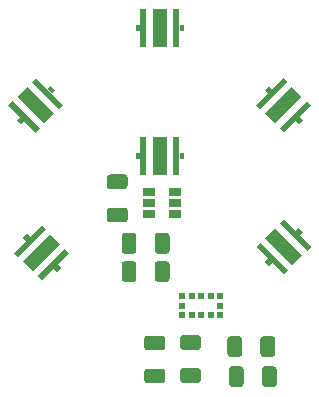
<source format=gbr>
%TF.GenerationSoftware,KiCad,Pcbnew,5.1.6*%
%TF.CreationDate,2020-09-21T04:08:01+02:00*%
%TF.ProjectId,inulox_led_bulb,696e756c-6f78-45f6-9c65-645f62756c62,rev?*%
%TF.SameCoordinates,Original*%
%TF.FileFunction,Paste,Top*%
%TF.FilePolarity,Positive*%
%FSLAX46Y46*%
G04 Gerber Fmt 4.6, Leading zero omitted, Abs format (unit mm)*
G04 Created by KiCad (PCBNEW 5.1.6) date 2020-09-21 04:08:01*
%MOMM*%
%LPD*%
G01*
G04 APERTURE LIST*
%ADD10R,1.060000X0.650000*%
%ADD11R,0.080000X0.250000*%
%ADD12R,0.500000X0.500000*%
%ADD13C,0.100000*%
%ADD14R,1.200000X3.200000*%
%ADD15R,0.500000X3.300000*%
%ADD16R,0.400000X0.500000*%
G04 APERTURE END LIST*
D10*
%TO.C,U2*%
X116300000Y-56800000D03*
X116300000Y-55850000D03*
X116300000Y-57750000D03*
X114100000Y-57750000D03*
X114100000Y-56800000D03*
X114100000Y-55850000D03*
%TD*%
D11*
%TO.C,U1*%
X120390000Y-66175000D03*
D12*
X116900000Y-65500000D03*
X116900000Y-66300000D03*
X117700000Y-66300000D03*
X118500000Y-66300000D03*
X119300000Y-66300000D03*
X120100000Y-66300000D03*
X120100000Y-65500000D03*
X116900000Y-64700000D03*
X117700000Y-64700000D03*
X118500000Y-64700000D03*
X119300000Y-64700000D03*
X120100000Y-64700000D03*
%TD*%
%TO.C,R6*%
G36*
G01*
X118225000Y-69225000D02*
X116975000Y-69225000D01*
G75*
G02*
X116725000Y-68975000I0J250000D01*
G01*
X116725000Y-68225000D01*
G75*
G02*
X116975000Y-67975000I250000J0D01*
G01*
X118225000Y-67975000D01*
G75*
G02*
X118475000Y-68225000I0J-250000D01*
G01*
X118475000Y-68975000D01*
G75*
G02*
X118225000Y-69225000I-250000J0D01*
G01*
G37*
G36*
G01*
X118225000Y-72025000D02*
X116975000Y-72025000D01*
G75*
G02*
X116725000Y-71775000I0J250000D01*
G01*
X116725000Y-71025000D01*
G75*
G02*
X116975000Y-70775000I250000J0D01*
G01*
X118225000Y-70775000D01*
G75*
G02*
X118475000Y-71025000I0J-250000D01*
G01*
X118475000Y-71775000D01*
G75*
G02*
X118225000Y-72025000I-250000J0D01*
G01*
G37*
%TD*%
%TO.C,R4*%
G36*
G01*
X115195000Y-69265000D02*
X113945000Y-69265000D01*
G75*
G02*
X113695000Y-69015000I0J250000D01*
G01*
X113695000Y-68265000D01*
G75*
G02*
X113945000Y-68015000I250000J0D01*
G01*
X115195000Y-68015000D01*
G75*
G02*
X115445000Y-68265000I0J-250000D01*
G01*
X115445000Y-69015000D01*
G75*
G02*
X115195000Y-69265000I-250000J0D01*
G01*
G37*
G36*
G01*
X115195000Y-72065000D02*
X113945000Y-72065000D01*
G75*
G02*
X113695000Y-71815000I0J250000D01*
G01*
X113695000Y-71065000D01*
G75*
G02*
X113945000Y-70815000I250000J0D01*
G01*
X115195000Y-70815000D01*
G75*
G02*
X115445000Y-71065000I0J-250000D01*
G01*
X115445000Y-71815000D01*
G75*
G02*
X115195000Y-72065000I-250000J0D01*
G01*
G37*
%TD*%
%TO.C,R2*%
G36*
G01*
X114575000Y-63225000D02*
X114575000Y-61975000D01*
G75*
G02*
X114825000Y-61725000I250000J0D01*
G01*
X115575000Y-61725000D01*
G75*
G02*
X115825000Y-61975000I0J-250000D01*
G01*
X115825000Y-63225000D01*
G75*
G02*
X115575000Y-63475000I-250000J0D01*
G01*
X114825000Y-63475000D01*
G75*
G02*
X114575000Y-63225000I0J250000D01*
G01*
G37*
G36*
G01*
X111775000Y-63225000D02*
X111775000Y-61975000D01*
G75*
G02*
X112025000Y-61725000I250000J0D01*
G01*
X112775000Y-61725000D01*
G75*
G02*
X113025000Y-61975000I0J-250000D01*
G01*
X113025000Y-63225000D01*
G75*
G02*
X112775000Y-63475000I-250000J0D01*
G01*
X112025000Y-63475000D01*
G75*
G02*
X111775000Y-63225000I0J250000D01*
G01*
G37*
%TD*%
%TO.C,R1*%
G36*
G01*
X114575000Y-60825000D02*
X114575000Y-59575000D01*
G75*
G02*
X114825000Y-59325000I250000J0D01*
G01*
X115575000Y-59325000D01*
G75*
G02*
X115825000Y-59575000I0J-250000D01*
G01*
X115825000Y-60825000D01*
G75*
G02*
X115575000Y-61075000I-250000J0D01*
G01*
X114825000Y-61075000D01*
G75*
G02*
X114575000Y-60825000I0J250000D01*
G01*
G37*
G36*
G01*
X111775000Y-60825000D02*
X111775000Y-59575000D01*
G75*
G02*
X112025000Y-59325000I250000J0D01*
G01*
X112775000Y-59325000D01*
G75*
G02*
X113025000Y-59575000I0J-250000D01*
G01*
X113025000Y-60825000D01*
G75*
G02*
X112775000Y-61075000I-250000J0D01*
G01*
X112025000Y-61075000D01*
G75*
G02*
X111775000Y-60825000I0J250000D01*
G01*
G37*
%TD*%
D13*
%TO.C,D6*%
G36*
X126207107Y-62055635D02*
G01*
X123944365Y-59792893D01*
X124792893Y-58944365D01*
X127055635Y-61207107D01*
X126207107Y-62055635D01*
G37*
G36*
X125500000Y-62833452D02*
G01*
X123166548Y-60500000D01*
X123520102Y-60146446D01*
X125853554Y-62479898D01*
X125500000Y-62833452D01*
G37*
G36*
X127479898Y-60853554D02*
G01*
X125146446Y-58520102D01*
X125500000Y-58166548D01*
X127833452Y-60500000D01*
X127479898Y-60853554D01*
G37*
G36*
X124227207Y-62126346D02*
G01*
X123873654Y-61772793D01*
X124156497Y-61489950D01*
X124510050Y-61843503D01*
X124227207Y-62126346D01*
G37*
G36*
X126843503Y-59510050D02*
G01*
X126489950Y-59156497D01*
X126772793Y-58873654D01*
X127126346Y-59227207D01*
X126843503Y-59510050D01*
G37*
%TD*%
%TO.C,D5*%
G36*
X127055635Y-47792893D02*
G01*
X124792893Y-50055635D01*
X123944365Y-49207107D01*
X126207107Y-46944365D01*
X127055635Y-47792893D01*
G37*
G36*
X127833452Y-48500000D02*
G01*
X125500000Y-50833452D01*
X125146446Y-50479898D01*
X127479898Y-48146446D01*
X127833452Y-48500000D01*
G37*
G36*
X125853554Y-46520102D02*
G01*
X123520102Y-48853554D01*
X123166548Y-48500000D01*
X125500000Y-46166548D01*
X125853554Y-46520102D01*
G37*
G36*
X127126346Y-49772793D02*
G01*
X126772793Y-50126346D01*
X126489950Y-49843503D01*
X126843503Y-49489950D01*
X127126346Y-49772793D01*
G37*
G36*
X124510050Y-47156497D02*
G01*
X124156497Y-47510050D01*
X123873654Y-47227207D01*
X124227207Y-46873654D01*
X124510050Y-47156497D01*
G37*
%TD*%
D14*
%TO.C,D4*%
X115000000Y-42000000D03*
D15*
X116400000Y-42000000D03*
X113600000Y-42000000D03*
D16*
X116850000Y-42000000D03*
X113150000Y-42000000D03*
%TD*%
D14*
%TO.C,D3*%
X115000000Y-52800000D03*
D15*
X116400000Y-52800000D03*
X113600000Y-52800000D03*
D16*
X116850000Y-52800000D03*
X113150000Y-52800000D03*
%TD*%
D13*
%TO.C,D2*%
G36*
X103792893Y-46944365D02*
G01*
X106055635Y-49207107D01*
X105207107Y-50055635D01*
X102944365Y-47792893D01*
X103792893Y-46944365D01*
G37*
G36*
X104500000Y-46166548D02*
G01*
X106833452Y-48500000D01*
X106479898Y-48853554D01*
X104146446Y-46520102D01*
X104500000Y-46166548D01*
G37*
G36*
X102520102Y-48146446D02*
G01*
X104853554Y-50479898D01*
X104500000Y-50833452D01*
X102166548Y-48500000D01*
X102520102Y-48146446D01*
G37*
G36*
X105772793Y-46873654D02*
G01*
X106126346Y-47227207D01*
X105843503Y-47510050D01*
X105489950Y-47156497D01*
X105772793Y-46873654D01*
G37*
G36*
X103156497Y-49489950D02*
G01*
X103510050Y-49843503D01*
X103227207Y-50126346D01*
X102873654Y-49772793D01*
X103156497Y-49489950D01*
G37*
%TD*%
%TO.C,D1*%
G36*
X103444365Y-61707107D02*
G01*
X105707107Y-59444365D01*
X106555635Y-60292893D01*
X104292893Y-62555635D01*
X103444365Y-61707107D01*
G37*
G36*
X102666548Y-61000000D02*
G01*
X105000000Y-58666548D01*
X105353554Y-59020102D01*
X103020102Y-61353554D01*
X102666548Y-61000000D01*
G37*
G36*
X104646446Y-62979898D02*
G01*
X106979898Y-60646446D01*
X107333452Y-61000000D01*
X105000000Y-63333452D01*
X104646446Y-62979898D01*
G37*
G36*
X103373654Y-59727207D02*
G01*
X103727207Y-59373654D01*
X104010050Y-59656497D01*
X103656497Y-60010050D01*
X103373654Y-59727207D01*
G37*
G36*
X105989950Y-62343503D02*
G01*
X106343503Y-61989950D01*
X106626346Y-62272793D01*
X106272793Y-62626346D01*
X105989950Y-62343503D01*
G37*
%TD*%
%TO.C,C3*%
G36*
G01*
X123525000Y-69575000D02*
X123525000Y-68325000D01*
G75*
G02*
X123775000Y-68075000I250000J0D01*
G01*
X124525000Y-68075000D01*
G75*
G02*
X124775000Y-68325000I0J-250000D01*
G01*
X124775000Y-69575000D01*
G75*
G02*
X124525000Y-69825000I-250000J0D01*
G01*
X123775000Y-69825000D01*
G75*
G02*
X123525000Y-69575000I0J250000D01*
G01*
G37*
G36*
G01*
X120725000Y-69575000D02*
X120725000Y-68325000D01*
G75*
G02*
X120975000Y-68075000I250000J0D01*
G01*
X121725000Y-68075000D01*
G75*
G02*
X121975000Y-68325000I0J-250000D01*
G01*
X121975000Y-69575000D01*
G75*
G02*
X121725000Y-69825000I-250000J0D01*
G01*
X120975000Y-69825000D01*
G75*
G02*
X120725000Y-69575000I0J250000D01*
G01*
G37*
%TD*%
%TO.C,C2*%
G36*
G01*
X123655000Y-72115000D02*
X123655000Y-70865000D01*
G75*
G02*
X123905000Y-70615000I250000J0D01*
G01*
X124655000Y-70615000D01*
G75*
G02*
X124905000Y-70865000I0J-250000D01*
G01*
X124905000Y-72115000D01*
G75*
G02*
X124655000Y-72365000I-250000J0D01*
G01*
X123905000Y-72365000D01*
G75*
G02*
X123655000Y-72115000I0J250000D01*
G01*
G37*
G36*
G01*
X120855000Y-72115000D02*
X120855000Y-70865000D01*
G75*
G02*
X121105000Y-70615000I250000J0D01*
G01*
X121855000Y-70615000D01*
G75*
G02*
X122105000Y-70865000I0J-250000D01*
G01*
X122105000Y-72115000D01*
G75*
G02*
X121855000Y-72365000I-250000J0D01*
G01*
X121105000Y-72365000D01*
G75*
G02*
X120855000Y-72115000I0J250000D01*
G01*
G37*
%TD*%
%TO.C,C1*%
G36*
G01*
X110775000Y-57175000D02*
X112025000Y-57175000D01*
G75*
G02*
X112275000Y-57425000I0J-250000D01*
G01*
X112275000Y-58175000D01*
G75*
G02*
X112025000Y-58425000I-250000J0D01*
G01*
X110775000Y-58425000D01*
G75*
G02*
X110525000Y-58175000I0J250000D01*
G01*
X110525000Y-57425000D01*
G75*
G02*
X110775000Y-57175000I250000J0D01*
G01*
G37*
G36*
G01*
X110775000Y-54375000D02*
X112025000Y-54375000D01*
G75*
G02*
X112275000Y-54625000I0J-250000D01*
G01*
X112275000Y-55375000D01*
G75*
G02*
X112025000Y-55625000I-250000J0D01*
G01*
X110775000Y-55625000D01*
G75*
G02*
X110525000Y-55375000I0J250000D01*
G01*
X110525000Y-54625000D01*
G75*
G02*
X110775000Y-54375000I250000J0D01*
G01*
G37*
%TD*%
M02*

</source>
